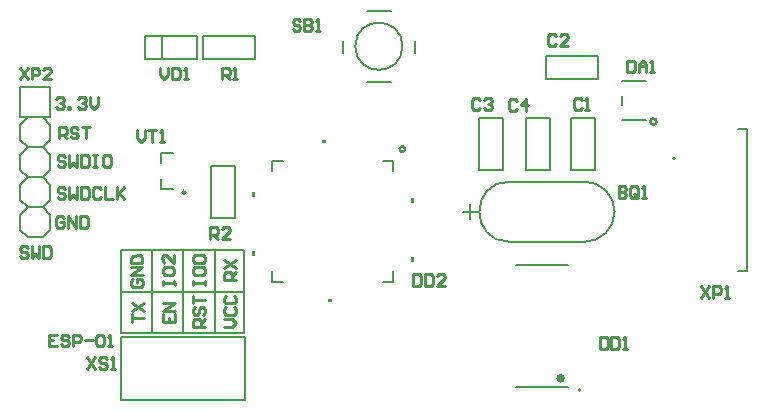
<source format=gto>
G04*
G04 #@! TF.GenerationSoftware,Altium Limited,Altium Designer,18.1.2 (67)*
G04*
G04 Layer_Color=65535*
%FSLAX43Y43*%
%MOMM*%
G71*
G01*
G75*
%ADD10C,0.200*%
%ADD11C,0.250*%
%ADD12C,0.152*%
%ADD13C,0.300*%
%ADD14C,0.152*%
G36*
X20599Y13259D02*
Y13641D01*
X20345D01*
Y13259D01*
X20599D01*
D02*
G37*
G36*
Y18260D02*
Y18640D01*
X20345D01*
Y18260D01*
X20599D01*
D02*
G37*
G36*
X26640Y22801D02*
Y23055D01*
X26260D01*
Y22801D01*
X26640D01*
D02*
G37*
G36*
X27140Y9599D02*
Y9345D01*
X26760D01*
Y9599D01*
X27140D01*
D02*
G37*
G36*
X33801Y12759D02*
Y13141D01*
X34055D01*
Y12759D01*
X33801D01*
D02*
G37*
G36*
Y17760D02*
Y18140D01*
X34055D01*
Y17760D01*
X33801D01*
D02*
G37*
D10*
X56200Y21500D02*
G03*
X56200Y21500I-100J0D01*
G01*
X48195Y1895D02*
G03*
X48195Y1895I-100J0D01*
G01*
X33104Y31012D02*
G03*
X33104Y31012I-2000J0D01*
G01*
X47400Y24900D02*
X49400D01*
X47400Y20500D02*
X49400D01*
Y24900D01*
X47400Y20500D02*
Y24900D01*
X2635Y17370D02*
X3270Y16735D01*
Y15465D02*
Y16735D01*
X2635Y14830D02*
X3270Y15465D01*
X1365Y14830D02*
X2635D01*
X730Y15465D02*
X1365Y14830D01*
X730Y15465D02*
Y16735D01*
X1365Y17370D01*
X2635Y19910D02*
X3270Y19275D01*
Y18005D02*
Y19275D01*
X2635Y17370D02*
X3270Y18005D01*
X1365Y17370D02*
X2635D01*
X730Y18005D02*
X1365Y17370D01*
X730Y18005D02*
Y19275D01*
X1365Y19910D01*
X2635Y22450D02*
X3270Y21815D01*
Y20545D02*
Y21815D01*
X2635Y19910D02*
X3270Y20545D01*
X1365Y19910D02*
X2635D01*
X730Y20545D02*
X1365Y19910D01*
X730Y20545D02*
Y21815D01*
X1365Y22450D01*
X730Y24990D02*
Y27530D01*
Y24355D02*
X1365Y24990D01*
X730Y23085D02*
Y24355D01*
Y23085D02*
X1365Y22450D01*
X2635D01*
X3270Y23085D01*
Y24355D01*
X2635Y24990D02*
X3270Y24355D01*
X730Y27530D02*
X3270D01*
X730Y24990D02*
X3270D01*
Y27530D01*
X12700Y21150D02*
Y21950D01*
X13700D01*
X12700Y18950D02*
Y19750D01*
Y18950D02*
X13700D01*
X16900Y20900D02*
X18900D01*
X16900Y16500D02*
X18900D01*
Y20900D01*
X16900Y16500D02*
Y20900D01*
X42695Y2145D02*
X47095D01*
X42695Y12445D02*
X47095D01*
X39600Y24900D02*
X41600D01*
X39600Y20500D02*
X41600D01*
Y24900D01*
X39600Y20500D02*
Y24900D01*
X30104Y34012D02*
X32104D01*
X34200Y30456D02*
Y31472D01*
X30104Y28012D02*
X32104D01*
X28104Y30456D02*
Y31472D01*
X12750Y29900D02*
Y31900D01*
X15700Y29900D02*
Y31900D01*
X11300Y29900D02*
Y31900D01*
Y29900D02*
X15700D01*
X11300Y31900D02*
X15700D01*
X16200D02*
X20600D01*
X16200Y29900D02*
X20600D01*
X16200D02*
Y31900D01*
X20600Y29900D02*
Y31900D01*
X9282Y1055D02*
Y6405D01*
Y1055D02*
X19732D01*
Y6405D01*
X9282D02*
X19732D01*
X9307Y6730D02*
Y13730D01*
X19707Y6730D02*
Y13730D01*
X9307Y6730D02*
X19707D01*
X9307Y13730D02*
X19707D01*
X9307Y10230D02*
X19707D01*
X11907Y6730D02*
Y13730D01*
X14507Y6730D02*
Y13730D01*
X17207Y6730D02*
Y13730D01*
X43600Y24900D02*
X45600D01*
X43600Y20500D02*
X45600D01*
Y24900D01*
X43600Y20500D02*
Y24900D01*
X45300Y28200D02*
Y30200D01*
X49700Y28200D02*
Y30200D01*
X45300D02*
X49700D01*
X45300Y28200D02*
X49700D01*
D11*
X33324Y22300D02*
G03*
X33300Y22200I-224J0D01*
G01*
X54605Y24622D02*
G03*
X54605Y24622I-254J0D01*
G01*
X14725Y18650D02*
G03*
X14725Y18650I-125J0D01*
G01*
X34000Y11700D02*
Y10700D01*
X34500D01*
X34666Y10867D01*
Y11533D01*
X34500Y11700D01*
X34000D01*
X35000D02*
Y10700D01*
X35500D01*
X35666Y10867D01*
Y11533D01*
X35500Y11700D01*
X35000D01*
X36666Y10700D02*
X35999D01*
X36666Y11366D01*
Y11533D01*
X36499Y11700D01*
X36166D01*
X35999Y11533D01*
X3866Y6600D02*
X3200D01*
Y5600D01*
X3866D01*
X3200Y6100D02*
X3533D01*
X4866Y6433D02*
X4700Y6600D01*
X4366D01*
X4200Y6433D01*
Y6266D01*
X4366Y6100D01*
X4700D01*
X4866Y5933D01*
Y5767D01*
X4700Y5600D01*
X4366D01*
X4200Y5767D01*
X5199Y5600D02*
Y6600D01*
X5699D01*
X5866Y6433D01*
Y6100D01*
X5699Y5933D01*
X5199D01*
X6199Y6100D02*
X6865D01*
X7199Y6433D02*
X7365Y6600D01*
X7699D01*
X7865Y6433D01*
Y5767D01*
X7699Y5600D01*
X7365D01*
X7199Y5767D01*
Y6433D01*
X8198Y5600D02*
X8532D01*
X8365D01*
Y6600D01*
X8198Y6433D01*
X1366Y13933D02*
X1200Y14100D01*
X867D01*
X700Y13933D01*
Y13766D01*
X867Y13600D01*
X1200D01*
X1366Y13433D01*
Y13267D01*
X1200Y13100D01*
X867D01*
X700Y13267D01*
X1700Y14100D02*
Y13100D01*
X2033Y13433D01*
X2366Y13100D01*
Y14100D01*
X2699D02*
Y13100D01*
X3199D01*
X3366Y13267D01*
Y13933D01*
X3199Y14100D01*
X2699D01*
X3800Y26533D02*
X3967Y26700D01*
X4300D01*
X4466Y26533D01*
Y26366D01*
X4300Y26200D01*
X4133D01*
X4300D01*
X4466Y26033D01*
Y25867D01*
X4300Y25700D01*
X3967D01*
X3800Y25867D01*
X4800Y25700D02*
Y25867D01*
X4966D01*
Y25700D01*
X4800D01*
X5633Y26533D02*
X5799Y26700D01*
X6133D01*
X6299Y26533D01*
Y26366D01*
X6133Y26200D01*
X5966D01*
X6133D01*
X6299Y26033D01*
Y25867D01*
X6133Y25700D01*
X5799D01*
X5633Y25867D01*
X6632Y26700D02*
Y26033D01*
X6966Y25700D01*
X7299Y26033D01*
Y26700D01*
X4566Y21633D02*
X4400Y21800D01*
X4067D01*
X3900Y21633D01*
Y21466D01*
X4067Y21300D01*
X4400D01*
X4566Y21133D01*
Y20967D01*
X4400Y20800D01*
X4067D01*
X3900Y20967D01*
X4900Y21800D02*
Y20800D01*
X5233Y21133D01*
X5566Y20800D01*
Y21800D01*
X5899D02*
Y20800D01*
X6399D01*
X6566Y20967D01*
Y21633D01*
X6399Y21800D01*
X5899D01*
X6899D02*
X7232D01*
X7066D01*
Y20800D01*
X6899D01*
X7232D01*
X8232Y21800D02*
X7899D01*
X7732Y21633D01*
Y20967D01*
X7899Y20800D01*
X8232D01*
X8399Y20967D01*
Y21633D01*
X8232Y21800D01*
X4566Y18933D02*
X4400Y19100D01*
X4067D01*
X3900Y18933D01*
Y18766D01*
X4067Y18600D01*
X4400D01*
X4566Y18433D01*
Y18267D01*
X4400Y18100D01*
X4067D01*
X3900Y18267D01*
X4900Y19100D02*
Y18100D01*
X5233Y18433D01*
X5566Y18100D01*
Y19100D01*
X5899D02*
Y18100D01*
X6399D01*
X6566Y18267D01*
Y18933D01*
X6399Y19100D01*
X5899D01*
X7565Y18933D02*
X7399Y19100D01*
X7066D01*
X6899Y18933D01*
Y18267D01*
X7066Y18100D01*
X7399D01*
X7565Y18267D01*
X7899Y19100D02*
Y18100D01*
X8565D01*
X8898Y19100D02*
Y18100D01*
Y18433D01*
X9565Y19100D01*
X9065Y18600D01*
X9565Y18100D01*
X4000Y23200D02*
Y24200D01*
X4500D01*
X4666Y24033D01*
Y23700D01*
X4500Y23533D01*
X4000D01*
X4333D02*
X4666Y23200D01*
X5666Y24033D02*
X5500Y24200D01*
X5166D01*
X5000Y24033D01*
Y23866D01*
X5166Y23700D01*
X5500D01*
X5666Y23533D01*
Y23367D01*
X5500Y23200D01*
X5166D01*
X5000Y23367D01*
X5999Y24200D02*
X6666D01*
X6333D01*
Y23200D01*
X4466Y16433D02*
X4300Y16600D01*
X3967D01*
X3800Y16433D01*
Y15767D01*
X3967Y15600D01*
X4300D01*
X4466Y15767D01*
Y16100D01*
X4133D01*
X4800Y15600D02*
Y16600D01*
X5466Y15600D01*
Y16600D01*
X5799D02*
Y15600D01*
X6299D01*
X6466Y15767D01*
Y16433D01*
X6299Y16600D01*
X5799D01*
X10207Y7630D02*
Y8296D01*
Y7963D01*
X11207D01*
X10207Y8630D02*
X11207Y9296D01*
X10207D02*
X11207Y8630D01*
X10268Y11289D02*
X10103Y11121D01*
X10106Y10787D01*
X10274Y10622D01*
X10940Y10628D01*
X11105Y10797D01*
X11102Y11130D01*
X10934Y11295D01*
X10601Y11292D01*
X10604Y10959D01*
X11098Y11630D02*
X10098Y11620D01*
X11091Y12296D01*
X10092Y12287D01*
X10089Y12620D02*
X11088Y12629D01*
X11084Y13129D01*
X10916Y13294D01*
X10249Y13288D01*
X10084Y13120D01*
X10089Y12620D01*
X12807Y10821D02*
X12804Y11154D01*
X12806Y10987D01*
X13805Y10997D01*
X13807Y10830D01*
X13804Y11163D01*
X12795Y12154D02*
X12798Y11820D01*
X12966Y11655D01*
X13633Y11661D01*
X13798Y11830D01*
X13795Y12163D01*
X13626Y12328D01*
X12960Y12322D01*
X12795Y12154D01*
X13784Y13329D02*
X13790Y12663D01*
X13117Y13323D01*
X12951Y13321D01*
X12786Y13153D01*
X12789Y12820D01*
X12957Y12655D01*
X12807Y8296D02*
Y7630D01*
X13807D01*
Y8296D01*
X13307Y7630D02*
Y7963D01*
X13807Y8630D02*
X12807D01*
X13807Y9296D01*
X12807D01*
X15407Y10821D02*
X15404Y11154D01*
X15406Y10987D01*
X16405Y10997D01*
X16407Y10830D01*
X16404Y11163D01*
X15395Y12154D02*
X15398Y11820D01*
X15566Y11655D01*
X16233Y11661D01*
X16398Y11830D01*
X16395Y12163D01*
X16226Y12328D01*
X15560Y12322D01*
X15395Y12154D01*
X15557Y12655D02*
X15389Y12820D01*
X15386Y13153D01*
X15551Y13321D01*
X16217Y13328D01*
X16385Y13162D01*
X16388Y12829D01*
X16223Y12661D01*
X15557Y12655D01*
X16407Y7230D02*
X15407D01*
Y7730D01*
X15574Y7896D01*
X15907D01*
X16074Y7730D01*
Y7230D01*
Y7563D02*
X16407Y7896D01*
X15574Y8896D02*
X15407Y8730D01*
Y8396D01*
X15574Y8230D01*
X15740D01*
X15907Y8396D01*
Y8730D01*
X16074Y8896D01*
X16240D01*
X16407Y8730D01*
Y8396D01*
X16240Y8230D01*
X15407Y9229D02*
Y9896D01*
Y9563D01*
X16407D01*
X19007Y11230D02*
X18007Y11221D01*
X18003Y11721D01*
X18168Y11889D01*
X18501Y11892D01*
X18669Y11727D01*
X18674Y11227D01*
X18671Y11560D02*
X19001Y11896D01*
X17998Y12220D02*
X18991Y12896D01*
X17992Y12887D02*
X18998Y12230D01*
X18007Y7230D02*
X18674D01*
X19007Y7563D01*
X18674Y7896D01*
X18007D01*
X18174Y8896D02*
X18007Y8730D01*
Y8396D01*
X18174Y8230D01*
X18840D01*
X19007Y8396D01*
Y8730D01*
X18840Y8896D01*
X18174Y9896D02*
X18007Y9729D01*
Y9396D01*
X18174Y9229D01*
X18840D01*
X19007Y9396D01*
Y9729D01*
X18840Y9896D01*
X51400Y19200D02*
Y18200D01*
X51900D01*
X52066Y18367D01*
Y18533D01*
X51900Y18700D01*
X51400D01*
X51900D01*
X52066Y18866D01*
Y19033D01*
X51900Y19200D01*
X51400D01*
X53066Y18367D02*
Y19033D01*
X52900Y19200D01*
X52566D01*
X52400Y19033D01*
Y18367D01*
X52566Y18200D01*
X52900D01*
X52733Y18533D02*
X53066Y18200D01*
X52900D02*
X53066Y18367D01*
X53399Y18200D02*
X53733D01*
X53566D01*
Y19200D01*
X53399Y19033D01*
X58400Y10700D02*
X59066Y9700D01*
Y10700D02*
X58400Y9700D01*
X59400D02*
Y10700D01*
X59900D01*
X60066Y10533D01*
Y10200D01*
X59900Y10033D01*
X59400D01*
X60399Y9700D02*
X60733D01*
X60566D01*
Y10700D01*
X60399Y10533D01*
X6400Y4700D02*
X7066Y3700D01*
Y4700D02*
X6400Y3700D01*
X8066Y4533D02*
X7900Y4700D01*
X7566D01*
X7400Y4533D01*
Y4366D01*
X7566Y4200D01*
X7900D01*
X8066Y4033D01*
Y3867D01*
X7900Y3700D01*
X7566D01*
X7400Y3867D01*
X8399Y3700D02*
X8733D01*
X8566D01*
Y4700D01*
X8399Y4533D01*
X700Y29200D02*
X1366Y28200D01*
Y29200D02*
X700Y28200D01*
X1700D02*
Y29200D01*
X2200D01*
X2366Y29033D01*
Y28700D01*
X2200Y28533D01*
X1700D01*
X3366Y28200D02*
X2699D01*
X3366Y28866D01*
Y29033D01*
X3199Y29200D01*
X2866D01*
X2699Y29033D01*
X10600Y23900D02*
Y23233D01*
X10933Y22900D01*
X11266Y23233D01*
Y23900D01*
X11600D02*
X12266D01*
X11933D01*
Y22900D01*
X12599D02*
X12933D01*
X12766D01*
Y23900D01*
X12599Y23733D01*
X12600Y29200D02*
Y28533D01*
X12933Y28200D01*
X13266Y28533D01*
Y29200D01*
X13600D02*
Y28200D01*
X14100D01*
X14266Y28367D01*
Y29033D01*
X14100Y29200D01*
X13600D01*
X14599Y28200D02*
X14933D01*
X14766D01*
Y29200D01*
X14599Y29033D01*
X24466Y33133D02*
X24300Y33300D01*
X23967D01*
X23800Y33133D01*
Y32966D01*
X23967Y32800D01*
X24300D01*
X24466Y32633D01*
Y32467D01*
X24300Y32300D01*
X23967D01*
X23800Y32467D01*
X24800Y33300D02*
Y32300D01*
X25300D01*
X25466Y32467D01*
Y32633D01*
X25300Y32800D01*
X24800D01*
X25300D01*
X25466Y32966D01*
Y33133D01*
X25300Y33300D01*
X24800D01*
X25799Y32300D02*
X26133D01*
X25966D01*
Y33300D01*
X25799Y33133D01*
X16800Y14700D02*
Y15700D01*
X17300D01*
X17466Y15533D01*
Y15200D01*
X17300Y15033D01*
X16800D01*
X17133D02*
X17466Y14700D01*
X18466D02*
X17800D01*
X18466Y15366D01*
Y15533D01*
X18300Y15700D01*
X17966D01*
X17800Y15533D01*
X17800Y28200D02*
Y29200D01*
X18300D01*
X18466Y29033D01*
Y28700D01*
X18300Y28533D01*
X17800D01*
X18133D02*
X18466Y28200D01*
X18800D02*
X19133D01*
X18966D01*
Y29200D01*
X18800Y29033D01*
X49800Y6400D02*
Y5400D01*
X50300D01*
X50466Y5567D01*
Y6233D01*
X50300Y6400D01*
X49800D01*
X50800D02*
Y5400D01*
X51300D01*
X51466Y5567D01*
Y6233D01*
X51300Y6400D01*
X50800D01*
X51799Y5400D02*
X52133D01*
X51966D01*
Y6400D01*
X51799Y6233D01*
X52100Y29800D02*
Y28800D01*
X52600D01*
X52766Y28967D01*
Y29633D01*
X52600Y29800D01*
X52100D01*
X53100Y28800D02*
Y29466D01*
X53433Y29800D01*
X53766Y29466D01*
Y28800D01*
Y29300D01*
X53100D01*
X54099Y28800D02*
X54433D01*
X54266D01*
Y29800D01*
X54099Y29633D01*
X42766Y26333D02*
X42600Y26500D01*
X42267D01*
X42100Y26333D01*
Y25667D01*
X42267Y25500D01*
X42600D01*
X42766Y25667D01*
X43600Y25500D02*
Y26500D01*
X43100Y26000D01*
X43766D01*
X39666Y26433D02*
X39500Y26600D01*
X39167D01*
X39000Y26433D01*
Y25767D01*
X39167Y25600D01*
X39500D01*
X39666Y25767D01*
X40000Y26433D02*
X40166Y26600D01*
X40500D01*
X40666Y26433D01*
Y26266D01*
X40500Y26100D01*
X40333D01*
X40500D01*
X40666Y25933D01*
Y25767D01*
X40500Y25600D01*
X40166D01*
X40000Y25767D01*
X46107Y31897D02*
X45940Y32064D01*
X45607D01*
X45441Y31897D01*
Y31231D01*
X45607Y31064D01*
X45940D01*
X46107Y31231D01*
X47107Y31064D02*
X46440D01*
X47107Y31731D01*
Y31897D01*
X46940Y32064D01*
X46607D01*
X46440Y31897D01*
X48266Y26433D02*
X48100Y26600D01*
X47767D01*
X47600Y26433D01*
Y25767D01*
X47767Y25600D01*
X48100D01*
X48266Y25767D01*
X48600Y25600D02*
X48933D01*
X48766D01*
Y26600D01*
X48600Y26433D01*
D12*
X51068Y17000D02*
G03*
X48515Y19553I-2553J0D01*
G01*
X42165D02*
G03*
X42165Y14447I0J-2553D01*
G01*
X48515D02*
G03*
X51068Y17000I0J2553D01*
G01*
X32331Y20434D02*
Y21331D01*
X22069Y20434D02*
Y21331D01*
Y11069D02*
X22966D01*
X32331D02*
Y11966D01*
X31434Y21331D02*
X32331D01*
X22069D02*
X22966D01*
X22069Y11069D02*
Y11966D01*
X31434Y11069D02*
X32331D01*
X51697Y24762D02*
X53703D01*
X51697Y26037D02*
Y26763D01*
Y28038D02*
X53703D01*
X38215Y17000D02*
X39485D01*
X38850Y16365D02*
Y17635D01*
X42165Y19553D02*
X48515D01*
X42165Y14447D02*
X48515D01*
D13*
X46695Y2895D02*
G03*
X46695Y2895I-200J0D01*
G01*
D14*
X62250Y12000D02*
Y24000D01*
X61500D02*
X62250D01*
X61500Y12000D02*
X62250D01*
M02*

</source>
